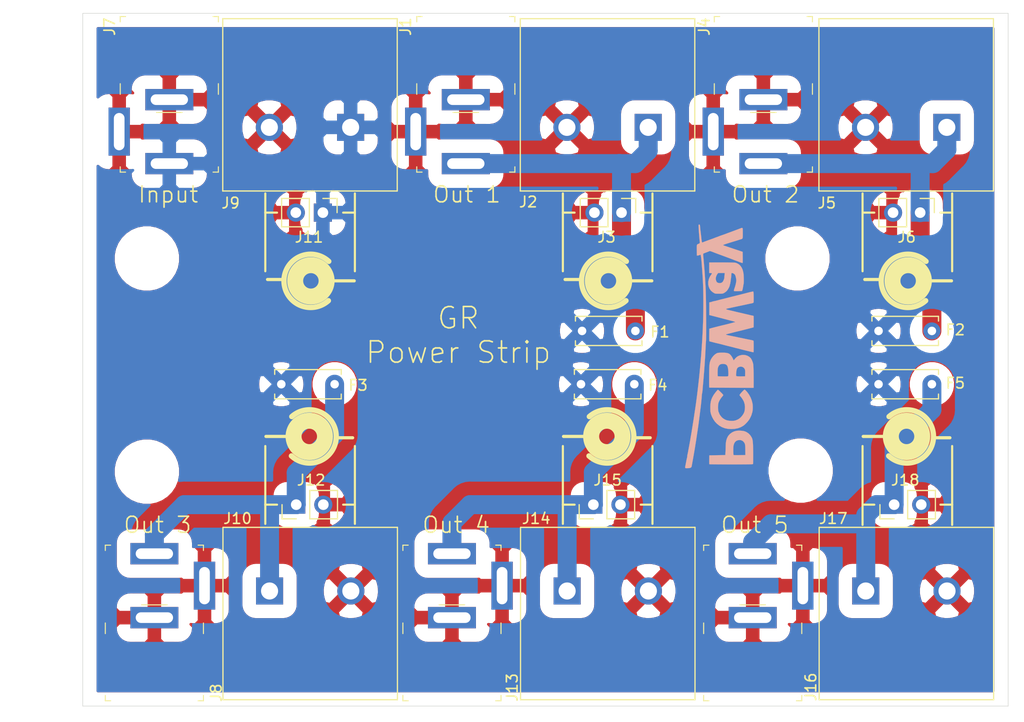
<source format=kicad_pcb>
(kicad_pcb (version 20171130) (host pcbnew "(5.1.2-1)-1")
  (layers (0 F.Cu signal) (31 B.Cu signal) (34 B.Paste user hide) (35 F.Paste user hide) (36 B.SilkS user) (37 F.SilkS user) (38 B.Mask user) (39 F.Mask user) (44 Edge.Cuts user))
  (net 0 "")
  (net 1 "Net-(F1-Pad1)")
  (net 2 "Net-(F1-Pad2)")
  (net 3 "Net-(F2-Pad1)")
  (net 4 "Net-(F3-Pad1)")
  (net 5 "Net-(F4-Pad1)")
  (net 6 "Net-(F5-Pad1)")
  (net 7 "Net-(J1-Pad2)")
  (module footprints:TerminalBlock_2P_P7.62mm (layer F.Cu) (at 106 47.7 180)
    (fp_text reference J2 (at 11.25 -7) (layer F.SilkS))
    (fp_text value T70243500000G)
    (pad 1 thru_hole rect (at 0 0 180) (size 2.54 2.54) (drill 1.6) (layers *.Cu *.Mask) (net 1 "Net-(F1-Pad1)"))
    (pad 2 thru_hole circle (at 7.62 0 180) (size 2.54 2.54) (drill 1.6) (layers *.Cu *.Mask) (net 7 "Net-(J1-Pad2)"))
  )
  (module footprints:TerminalBlock_2P_P7.62mm (layer F.Cu) (at 134 47.7 180)
    (fp_text reference J5 (at 11.25 -7.1) (layer F.SilkS))
    (fp_text value T70243500000G)
    (pad 1 thru_hole rect (at 0 0 180) (size 2.54 2.54) (drill 1.6) (layers *.Cu *.Mask) (net 3 "Net-(F2-Pad1)"))
    (pad 2 thru_hole circle (at 7.62 0 180) (size 2.54 2.54) (drill 1.6) (layers *.Cu *.Mask) (net 7 "Net-(J1-Pad2)"))
  )
  (module footprints:TerminalBlock_2P_P7.62mm (layer F.Cu) (at 78.1 47.7 180)
    (fp_text reference J9 (at 11.25 -7.1) (layer F.SilkS))
    (fp_text value T70243500000G)
    (pad 1 thru_hole rect (at 0 0 180) (size 2.54 2.54) (drill 1.6) (layers *.Cu *.Mask) (net 2 "Net-(F1-Pad2)"))
    (pad 2 thru_hole circle (at 7.62 0 180) (size 2.54 2.54) (drill 1.6) (layers *.Cu *.Mask) (net 7 "Net-(J1-Pad2)"))
  )
  (module footprints:TerminalBlock_2P_P7.62mm (layer F.Cu) (at 70.5 91.2)
    (fp_text reference J10 (at -3 -6.8) (layer F.SilkS))
    (fp_text value T70243500000G)
    (pad 1 thru_hole rect (at 0 0) (size 2.54 2.54) (drill 1.6) (layers *.Cu *.Mask) (net 4 "Net-(F3-Pad1)"))
    (pad 2 thru_hole circle (at 7.62 0) (size 2.54 2.54) (drill 1.6) (layers *.Cu *.Mask) (net 7 "Net-(J1-Pad2)"))
  )
  (module footprints:TerminalBlock_2P_P7.62mm (layer F.Cu) (at 98.4 91.2)
    (fp_text reference J14 (at -2.9 -6.8) (layer F.SilkS))
    (fp_text value T70243500000G)
    (pad 1 thru_hole rect (at 0 0) (size 2.54 2.54) (drill 1.6) (layers *.Cu *.Mask) (net 5 "Net-(F4-Pad1)"))
    (pad 2 thru_hole circle (at 7.62 0) (size 2.54 2.54) (drill 1.6) (layers *.Cu *.Mask) (net 7 "Net-(J1-Pad2)"))
  )
  (module footprints:TerminalBlock_2P_P7.62mm (layer F.Cu) (at 126.4 91.2)
    (fp_text reference J17 (at -3.05 -6.8) (layer F.SilkS))
    (fp_text value T70243500000G)
    (pad 1 thru_hole rect (at 0 0) (size 2.54 2.54) (drill 1.6) (layers *.Cu *.Mask) (net 6 "Net-(F5-Pad1)"))
    (pad 2 thru_hole circle (at 7.62 0) (size 2.54 2.54) (drill 1.6) (layers *.Cu *.Mask) (net 7 "Net-(J1-Pad2)"))
  )
  (module footprints:DC_Jack_SilkScreen (layer F.Cu) (at 102.1 76.8)
    (fp_text reference REF** hide)
    (fp_text value DC_Jack_SilkScreen hide)
  )
  (module footprints:DC_Jack_SilkScreen (layer F.Cu) (at 74.2 76.8)
    (fp_text reference REF** hide)
    (fp_text value DC_Jack_SilkScreen hide)
  )
  (module footprints:DC_Jack_SilkScreen (layer F.Cu) (at 130.2 76.8)
    (fp_text reference REF** hide)
    (fp_text value DC_Jack_SilkScreen hide)
  )
  (module footprints:DC_Jack_SilkScreen (layer F.Cu) (at 130.4 62 180)
    (fp_text reference REF** hide)
    (fp_text value DC_Jack_SilkScreen hide)
  )
  (module footprints:DC_Jack_SilkScreen (layer F.Cu) (at 102.3 62 180)
    (fp_text reference REF** hide)
    (fp_text value DC_Jack_SilkScreen hide)
  )
  (module footprints:DC_Jack_SilkScreen (layer F.Cu) (at 74.4 62 180)
    (fp_text reference REF** hide)
    (fp_text value DC_Jack_SilkScreen hide)
  )
  (module "_Custom_Footprints:pcb way logo" (layer B.Cu) (at 112 68.25 90)
    (fp_text reference G*** hide)
    (fp_text value LOGO hide)
  )
  (module MountingHole:MountingHole_3.5mm (layer F.Cu) (at 120 75)
    (fp_text reference H1 hide)
    (fp_text value MountingHole)
    (pad "" np_thru_hole circle (at 0 -15) (size 3.5 3.5) (drill 3.5) (layers *.Cu *.Mask))
  )
  (module MountingHole:MountingHole_3.5mm (layer F.Cu) (at 49 95)
    (fp_text reference H2 hide)
    (fp_text value MountingHole)
    (pad "" np_thru_hole circle (at 10 -15) (size 3.5 3.5) (drill 3.5) (layers *.Cu *.Mask))
  )
  (module MountingHole:MountingHole_3.5mm (layer F.Cu) (at 49 60)
    (fp_text reference H3 hide)
    (fp_text value MountingHole)
    (pad "" np_thru_hole circle (at 10 0) (size 3.5 3.5) (drill 3.5) (layers *.Cu *.Mask))
  )
  (module MountingHole:MountingHole_3.5mm (layer F.Cu) (at 120 80)
    (fp_text reference H4 hide)
    (fp_text value MountingHole)
    (pad "" np_thru_hole circle (at 0.3 -0.1) (size 3.5 3.5) (drill 3.5) (layers *.Cu *.Mask))
  )
  (module Capacitor_THT:C_Disc_D6.0mm_W2.5mm_P5.00mm (layer F.Cu) (at 104.8 66.8 180)
    (fp_text reference F1 (at -2.3 -0.1) (layer F.SilkS))
    (fp_text value Polyfuse)
    (pad 1 thru_hole circle (at 0 0 180) (size 1.6 1.6) (drill 0.8) (layers *.Cu *.Mask) (net 1 "Net-(F1-Pad1)"))
    (pad 2 thru_hole circle (at 5 0 180) (size 1.6 1.6) (drill 0.8) (layers *.Cu *.Mask) (net 2 "Net-(F1-Pad2)"))
  )
  (module Capacitor_THT:C_Disc_D6.0mm_W2.5mm_P5.00mm (layer F.Cu) (at 132.6 66.8 180)
    (fp_text reference F2 (at -2.2 0.1) (layer F.SilkS))
    (fp_text value Polyfuse)
    (pad 2 thru_hole circle (at 5 0 180) (size 1.6 1.6) (drill 0.8) (layers *.Cu *.Mask) (net 2 "Net-(F1-Pad2)"))
    (pad 1 thru_hole circle (at 0 0 180) (size 1.6 1.6) (drill 0.8) (layers *.Cu *.Mask) (net 3 "Net-(F2-Pad1)"))
  )
  (module Capacitor_THT:C_Disc_D6.0mm_W2.5mm_P5.00mm (layer F.Cu) (at 76.6 71.8 180)
    (fp_text reference F3 (at -2.2 -0.1) (layer F.SilkS))
    (fp_text value Polyfuse)
    (pad 1 thru_hole circle (at 0 0 180) (size 1.6 1.6) (drill 0.8) (layers *.Cu *.Mask) (net 4 "Net-(F3-Pad1)"))
    (pad 2 thru_hole circle (at 5 0 180) (size 1.6 1.6) (drill 0.8) (layers *.Cu *.Mask) (net 2 "Net-(F1-Pad2)"))
  )
  (module Capacitor_THT:C_Disc_D6.0mm_W2.5mm_P5.00mm (layer F.Cu) (at 104.7 71.8 180)
    (fp_text reference F4 (at -2.2 -0.1) (layer F.SilkS))
    (fp_text value Polyfuse)
    (pad 2 thru_hole circle (at 5 0 180) (size 1.6 1.6) (drill 0.8) (layers *.Cu *.Mask) (net 2 "Net-(F1-Pad2)"))
    (pad 1 thru_hole circle (at 0 0 180) (size 1.6 1.6) (drill 0.8) (layers *.Cu *.Mask) (net 5 "Net-(F4-Pad1)"))
  )
  (module Capacitor_THT:C_Disc_D6.0mm_W2.5mm_P5.00mm (layer F.Cu) (at 132.6 71.8 180)
    (fp_text reference F5 (at -2.2 0.1) (layer F.SilkS))
    (fp_text value Polyfuse)
    (pad 1 thru_hole circle (at 0 0 180) (size 1.6 1.6) (drill 0.8) (layers *.Cu *.Mask) (net 6 "Net-(F5-Pad1)"))
    (pad 2 thru_hole circle (at 5 0 180) (size 1.6 1.6) (drill 0.8) (layers *.Cu *.Mask) (net 2 "Net-(F1-Pad2)"))
  )
  (module digikey-footprints:Barrel_Jack_5.5mmODx2.1mmID_PJ-202A (layer F.Cu) (at 88.9 48.1)
    (fp_text reference J1 (at -5.65 -9.85 90) (layer F.SilkS))
    (fp_text value PJ-202A)
    (pad 2 thru_hole rect (at 0 -3) (size 4.5 2) (drill oval 3.5 1) (layers *.Cu *.Mask) (net 7 "Net-(J1-Pad2)"))
    (pad 1 thru_hole rect (at 0 3) (size 4.5 2) (drill oval 3.5 1) (layers *.Cu *.Mask) (net 1 "Net-(F1-Pad1)"))
    (pad 3 thru_hole rect (at -4.7 0) (size 2 4.5) (drill oval 1 3.5) (layers *.Cu *.Mask) (net 7 "Net-(J1-Pad2)"))
  )
  (module Connector_PinHeader_2.54mm:PinHeader_1x02_P2.54mm_Vertical (layer F.Cu) (at 103.5 55.7 270)
    (fp_text reference J3 (at 2.3 1.4 180) (layer F.SilkS))
    (fp_text value Conn_01x02)
    (pad 2 thru_hole oval (at 0 2.54 270) (size 1.7 1.7) (drill 1) (layers *.Cu *.Mask) (net 7 "Net-(J1-Pad2)"))
    (pad 1 thru_hole rect (at 0 0 270) (size 1.7 1.7) (drill 1) (layers *.Cu *.Mask) (net 1 "Net-(F1-Pad1)"))
  )
  (module digikey-footprints:Barrel_Jack_5.5mmODx2.1mmID_PJ-202A (layer F.Cu) (at 116.8 48.1)
    (fp_text reference J4 (at -5.55 -9.85 90) (layer F.SilkS))
    (fp_text value PJ-202A)
    (pad 3 thru_hole rect (at -4.7 0) (size 2 4.5) (drill oval 1 3.5) (layers *.Cu *.Mask) (net 7 "Net-(J1-Pad2)"))
    (pad 1 thru_hole rect (at 0 3) (size 4.5 2) (drill oval 3.5 1) (layers *.Cu *.Mask) (net 3 "Net-(F2-Pad1)"))
    (pad 2 thru_hole rect (at 0 -3) (size 4.5 2) (drill oval 3.5 1) (layers *.Cu *.Mask) (net 7 "Net-(J1-Pad2)"))
  )
  (module Connector_PinHeader_2.54mm:PinHeader_1x02_P2.54mm_Vertical (layer F.Cu) (at 131.5 55.7 270)
    (fp_text reference J6 (at 2.3 1.26 180) (layer F.SilkS))
    (fp_text value Conn_01x02)
    (pad 1 thru_hole rect (at 0 0 270) (size 1.7 1.7) (drill 1) (layers *.Cu *.Mask) (net 3 "Net-(F2-Pad1)"))
    (pad 2 thru_hole oval (at 0 2.54 270) (size 1.7 1.7) (drill 1) (layers *.Cu *.Mask) (net 7 "Net-(J1-Pad2)"))
  )
  (module digikey-footprints:Barrel_Jack_5.5mmODx2.1mmID_PJ-202A (layer F.Cu) (at 61.1 48.1)
    (fp_text reference J7 (at -5.6 -9.85 90) (layer F.SilkS))
    (fp_text value PJ-202A)
    (pad 3 thru_hole rect (at -4.7 0) (size 2 4.5) (drill oval 1 3.5) (layers *.Cu *.Mask) (net 7 "Net-(J1-Pad2)"))
    (pad 1 thru_hole rect (at 0 3) (size 4.5 2) (drill oval 3.5 1) (layers *.Cu *.Mask) (net 2 "Net-(F1-Pad2)"))
    (pad 2 thru_hole rect (at 0 -3) (size 4.5 2) (drill oval 3.5 1) (layers *.Cu *.Mask) (net 7 "Net-(J1-Pad2)"))
  )
  (module digikey-footprints:Barrel_Jack_5.5mmODx2.1mmID_PJ-202A (layer F.Cu) (at 59.7 90.7 180)
    (fp_text reference J8 (at -5.8 -10.05 90) (layer F.SilkS))
    (fp_text value PJ-202A)
    (pad 2 thru_hole rect (at 0 -3 180) (size 4.5 2) (drill oval 3.5 1) (layers *.Cu *.Mask) (net 7 "Net-(J1-Pad2)"))
    (pad 1 thru_hole rect (at 0 3 180) (size 4.5 2) (drill oval 3.5 1) (layers *.Cu *.Mask) (net 4 "Net-(F3-Pad1)"))
    (pad 3 thru_hole rect (at -4.7 0 180) (size 2 4.5) (drill oval 1 3.5) (layers *.Cu *.Mask) (net 7 "Net-(J1-Pad2)"))
  )
  (module Connector_PinHeader_2.54mm:PinHeader_1x02_P2.54mm_Vertical (layer F.Cu) (at 75.5 55.7 270)
    (fp_text reference J11 (at 2.3 1.3 180) (layer F.SilkS))
    (fp_text value Conn_01x02)
    (pad 1 thru_hole rect (at 0 0 270) (size 1.7 1.7) (drill 1) (layers *.Cu *.Mask) (net 2 "Net-(F1-Pad2)"))
    (pad 2 thru_hole oval (at 0 2.54 270) (size 1.7 1.7) (drill 1) (layers *.Cu *.Mask) (net 7 "Net-(J1-Pad2)"))
  )
  (module Connector_PinHeader_2.54mm:PinHeader_1x02_P2.54mm_Vertical (layer F.Cu) (at 73 83.1 90)
    (fp_text reference J12 (at 2.3 1.4 180) (layer F.SilkS))
    (fp_text value Conn_01x02)
    (pad 2 thru_hole oval (at 0 2.54 90) (size 1.7 1.7) (drill 1) (layers *.Cu *.Mask) (net 7 "Net-(J1-Pad2)"))
    (pad 1 thru_hole rect (at 0 0 90) (size 1.7 1.7) (drill 1) (layers *.Cu *.Mask) (net 4 "Net-(F3-Pad1)"))
  )
  (module digikey-footprints:Barrel_Jack_5.5mmODx2.1mmID_PJ-202A (layer F.Cu) (at 87.6 90.7 180)
    (fp_text reference J13 (at -5.65 -9.55 270) (layer F.SilkS))
    (fp_text value PJ-202A)
    (pad 3 thru_hole rect (at -4.7 0 180) (size 2 4.5) (drill oval 1 3.5) (layers *.Cu *.Mask) (net 7 "Net-(J1-Pad2)"))
    (pad 1 thru_hole rect (at 0 3 180) (size 4.5 2) (drill oval 3.5 1) (layers *.Cu *.Mask) (net 5 "Net-(F4-Pad1)"))
    (pad 2 thru_hole rect (at 0 -3 180) (size 4.5 2) (drill oval 3.5 1) (layers *.Cu *.Mask) (net 7 "Net-(J1-Pad2)"))
  )
  (module Connector_PinHeader_2.54mm:PinHeader_1x02_P2.54mm_Vertical (layer F.Cu) (at 100.86 83.1 90)
    (fp_text reference J15 (at 2.3 1.34 180) (layer F.SilkS))
    (fp_text value Conn_01x02)
    (pad 1 thru_hole rect (at 0 0 90) (size 1.7 1.7) (drill 1) (layers *.Cu *.Mask) (net 5 "Net-(F4-Pad1)"))
    (pad 2 thru_hole oval (at 0 2.54 90) (size 1.7 1.7) (drill 1) (layers *.Cu *.Mask) (net 7 "Net-(J1-Pad2)"))
  )
  (module digikey-footprints:Barrel_Jack_5.5mmODx2.1mmID_PJ-202A (layer F.Cu) (at 115.8 90.7 180)
    (fp_text reference J16 (at -5.45 -9.5 90) (layer F.SilkS))
    (fp_text value PJ-202A)
    (pad 2 thru_hole rect (at 0 -3 180) (size 4.5 2) (drill oval 3.5 1) (layers *.Cu *.Mask) (net 7 "Net-(J1-Pad2)"))
    (pad 1 thru_hole rect (at 0 3 180) (size 4.5 2) (drill oval 3.5 1) (layers *.Cu *.Mask) (net 6 "Net-(F5-Pad1)"))
    (pad 3 thru_hole rect (at -4.7 0 180) (size 2 4.5) (drill oval 1 3.5) (layers *.Cu *.Mask) (net 7 "Net-(J1-Pad2)"))
  )
  (module Connector_PinHeader_2.54mm:PinHeader_1x02_P2.54mm_Vertical (layer F.Cu) (at 129.06 83.1 90)
    (fp_text reference J18 (at 2.3 1.04 180) (layer F.SilkS))
    (fp_text value Conn_01x02)
    (pad 2 thru_hole oval (at 0 2.54 90) (size 1.7 1.7) (drill 1) (layers *.Cu *.Mask) (net 7 "Net-(J1-Pad2)"))
    (pad 1 thru_hole rect (at 0 0 90) (size 1.7 1.7) (drill 1) (layers *.Cu *.Mask) (net 6 "Net-(F5-Pad1)"))
  )
  (gr_text "Out 3" (at 60 85) (layer F.SilkS) (effects (font (size 1.5 1.5))))
  (gr_text "Out 4" (at 88 85) (layer F.SilkS) (effects (font (size 1.5 1.5))))
  (gr_text "Out 5" (at 116 85) (layer F.SilkS) (effects (font (size 1.5 1.5))))
  (gr_text "Out 2" (at 117 54) (layer F.SilkS) (effects (font (size 1.5 1.5))))
  (gr_text "Out 1" (at 89 54) (layer F.SilkS) (effects (font (size 1.5 1.5))))
  (gr_line (start 106.4 77.6) (end 106.4 84.9) (layer F.SilkS) (width 0.2))
  (gr_line (start 98 83.1) (end 99.1 83.1) (layer F.SilkS) (width 0.2))
  (gr_line (start 98 77.6) (end 98 84.9) (layer F.SilkS) (width 0.2))
  (gr_line (start 105.3 83.1) (end 106.4 83.1) (layer F.SilkS) (width 0.2))
  (gr_line (start 70.1 83.1) (end 71.2 83.1) (layer F.SilkS) (width 0.2))
  (gr_line (start 70.1 77.6) (end 70.1 84.9) (layer F.SilkS) (width 0.2))
  (gr_line (start 77.4 83.1) (end 78.5 83.1) (layer F.SilkS) (width 0.2))
  (gr_line (start 78.5 77.6) (end 78.5 84.9) (layer F.SilkS) (width 0.2))
  (gr_line (start 133.4 83.1) (end 134.5 83.1) (layer F.SilkS) (width 0.2))
  (gr_line (start 126.1 83.1) (end 127.2 83.1) (layer F.SilkS) (width 0.2))
  (gr_line (start 126.1 77.6) (end 126.1 85) (layer F.SilkS) (width 0.2))
  (gr_line (start 134.5 77.6) (end 134.5 85) (layer F.SilkS) (width 0.2))
  (gr_line (start 134.5 55.7) (end 133.4 55.7) (layer F.SilkS) (width 0.2))
  (gr_line (start 127.2 55.7) (end 126.1 55.7) (layer F.SilkS) (width 0.2))
  (gr_line (start 126.1 61.2) (end 126.1 53.9) (layer F.SilkS) (width 0.2))
  (gr_line (start 134.5 61.2) (end 134.5 53.9) (layer F.SilkS) (width 0.2))
  (gr_line (start 106.4 61.2) (end 106.4 53.9) (layer F.SilkS) (width 0.2))
  (gr_line (start 98 61.2) (end 98 53.9) (layer F.SilkS) (width 0.2))
  (gr_line (start 99.1 55.7) (end 98 55.7) (layer F.SilkS) (width 0.2))
  (gr_line (start 106.4 55.7) (end 105.3 55.7) (layer F.SilkS) (width 0.2))
  (gr_line (start 71.2 55.7) (end 70.1 55.7) (layer F.SilkS) (width 0.2))
  (gr_line (start 78.5 55.7) (end 77.4 55.7) (layer F.SilkS) (width 0.2))
  (gr_line (start 70.1 61.2) (end 70.1 53.9) (layer F.SilkS) (width 0.2))
  (gr_line (start 78.5 61.2) (end 78.5 53.9) (layer F.SilkS) (width 0.2))
  (gr_line (start 52.9844 102) (end 52.9844 37) (layer Edge.Cuts) (width 0.05))
  (gr_line (start 139.75 102) (end 52.9844 102) (layer Edge.Cuts) (width 0.05))
  (gr_line (start 139.75 37) (end 139.75 102) (layer Edge.Cuts) (width 0.05))
  (gr_line (start 52.9844 37) (end 139.75 37) (layer Edge.Cuts) (width 0.05))
  (gr_text Input (at 61 54) (layer F.SilkS) (effects (font (size 1.5 1.5))))
  (gr_text "GR\nPower Strip" (at 88.2 67.2) (layer F.SilkS) (effects (font (size 2 2))))
  (segment (start 104.8 66.8) (end 104.8 61.2) (width 1.778) (layer F.Cu) (net 1))
  (segment (start 103.5 59.9) (end 103.5 55.7) (width 1.778) (layer F.Cu) (net 1))
  (segment (start 104.8 61.2) (end 103.5 59.9) (width 1.778) (layer F.Cu) (net 1))
  (segment (start 106 49.9) (end 106 47.7) (width 1.778) (layer B.Cu) (net 1))
  (segment (start 104.8 51.1) (end 106 49.9) (width 1.778) (layer B.Cu) (net 1))
  (segment (start 103.5 51.3) (end 103.3 51.1) (width 1.778) (layer B.Cu) (net 1))
  (segment (start 103.5 55.7) (end 103.5 51.3) (width 1.778) (layer B.Cu) (net 1))
  (segment (start 103.3 51.1) (end 104.8 51.1) (width 1.778) (layer B.Cu) (net 1))
  (segment (start 88.9 51.1) (end 103.3 51.1) (width 1.778) (layer B.Cu) (net 1))
  (segment (start 132.6 66.8) (end 132.6 60.3) (width 1.778) (layer F.Cu) (net 3))
  (segment (start 131.5 59.2) (end 131.5 55.7) (width 1.778) (layer F.Cu) (net 3))
  (segment (start 132.6 60.3) (end 131.5 59.2) (width 1.778) (layer F.Cu) (net 3))
  (segment (start 134 49.8) (end 134 47.7) (width 1.778) (layer B.Cu) (net 3))
  (segment (start 132.7 51.1) (end 134 49.8) (width 1.778) (layer B.Cu) (net 3))
  (segment (start 131.5 51.3) (end 131.7 51.1) (width 1.778) (layer B.Cu) (net 3))
  (segment (start 131.5 55.7) (end 131.5 51.3) (width 1.778) (layer B.Cu) (net 3))
  (segment (start 131.7 51.1) (end 132.7 51.1) (width 1.778) (layer B.Cu) (net 3))
  (segment (start 116.8 51.1) (end 131.7 51.1) (width 1.778) (layer B.Cu) (net 3))
  (segment (start 59.7 87.7) (end 59.7 85.9) (width 1.778) (layer B.Cu) (net 4))
  (segment (start 59.7 85.9) (end 62.5 83.1) (width 1.778) (layer B.Cu) (net 4))
  (segment (start 70.5 83.2) (end 70.4 83.1) (width 1.778) (layer B.Cu) (net 4))
  (segment (start 70.5 91.2) (end 70.5 83.2) (width 1.778) (layer B.Cu) (net 4))
  (segment (start 70.4 83.1) (end 73 83.1) (width 1.778) (layer B.Cu) (net 4))
  (segment (start 62.5 83.1) (end 70.4 83.1) (width 1.778) (layer B.Cu) (net 4))
  (segment (start 73 83.1) (end 73 80.1) (width 1.778) (layer B.Cu) (net 4))
  (segment (start 76.6 76.5) (end 76.6 71.8) (width 1.778) (layer B.Cu) (net 4))
  (segment (start 73 80.1) (end 76.6 76.5) (width 1.778) (layer B.Cu) (net 4))
  (segment (start 87.6 87.7) (end 87.6 84.8) (width 1.778) (layer B.Cu) (net 5))
  (segment (start 87.6 84.8) (end 89.3 83.1) (width 1.778) (layer B.Cu) (net 5))
  (segment (start 98.4 83.3) (end 98.2 83.1) (width 1.778) (layer B.Cu) (net 5))
  (segment (start 98.4 91.2) (end 98.4 83.3) (width 1.778) (layer B.Cu) (net 5))
  (segment (start 98.2 83.1) (end 100.86 83.1) (width 1.778) (layer B.Cu) (net 5))
  (segment (start 89.3 83.1) (end 98.2 83.1) (width 1.778) (layer B.Cu) (net 5))
  (segment (start 100.86 83.1) (end 100.86 80.04) (width 1.778) (layer B.Cu) (net 5))
  (segment (start 104.7 76.2) (end 104.7 71.8) (width 1.778) (layer B.Cu) (net 5))
  (segment (start 100.86 80.04) (end 104.7 76.2) (width 1.778) (layer B.Cu) (net 5))
  (segment (start 115.8 87.7) (end 115.8 86.6) (width 1.778) (layer B.Cu) (net 6))
  (segment (start 115.8 86.6) (end 117.5 84.9) (width 1.778) (layer B.Cu) (net 6))
  (segment (start 127.4 83.1) (end 129.06 83.1) (width 1.778) (layer B.Cu) (net 6))
  (segment (start 126.4 84.1) (end 127.4 83.1) (width 1.778) (layer B.Cu) (net 6))
  (segment (start 125.9 84.9) (end 126.4 84.4) (width 1.778) (layer B.Cu) (net 6))
  (segment (start 117.5 84.9) (end 125.9 84.9) (width 1.778) (layer B.Cu) (net 6))
  (segment (start 126.4 84.4) (end 126.4 84.1) (width 1.778) (layer B.Cu) (net 6))
  (segment (start 126.4 91.2) (end 126.4 84.4) (width 1.778) (layer B.Cu) (net 6))
  (segment (start 132.6 71.8) (end 132.6 74.2) (width 1.778) (layer B.Cu) (net 6))
  (segment (start 129.06 77.74) (end 129.06 83.1) (width 1.778) (layer B.Cu) (net 6))
  (segment (start 132.6 74.2) (end 129.06 77.74) (width 1.778) (layer B.Cu) (net 6))
  (zone (net 7) (net_name "Net-(J1-Pad2)") (layer F.Cu) (connect_pads (clearance 1.27)) (min_thickness 0.254) (fill yes (arc_segments 32) (thermal_gap 1.27) (thermal_bridge_width 1.27))
    (polygon (pts (xy 52.75 35.75) (xy 141 35.75) (xy 141.25 103.5) (xy 52.25 103.5)))
  )
  (zone (net 2) (net_name "Net-(F1-Pad2)") (layer B.Cu) (connect_pads (clearance 1.27)) (min_thickness 0.254) (fill yes (arc_segments 32) (thermal_gap 1.27) (thermal_bridge_width 1.27))
    (polygon (pts (xy 52.75 35.75) (xy 141 35.75) (xy 141.25 103.5) (xy 52.25 103.5)))
  )
)
</source>
